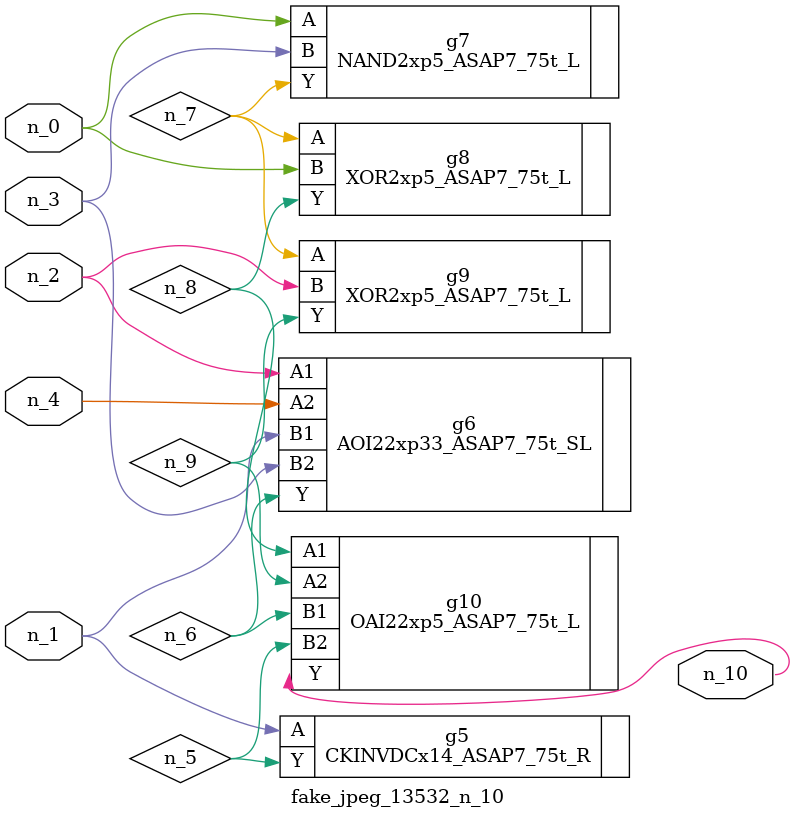
<source format=v>
module fake_jpeg_13532_n_10 (n_3, n_2, n_1, n_0, n_4, n_10);

input n_3;
input n_2;
input n_1;
input n_0;
input n_4;

output n_10;

wire n_8;
wire n_9;
wire n_6;
wire n_5;
wire n_7;

CKINVDCx14_ASAP7_75t_R g5 ( 
.A(n_1),
.Y(n_5)
);

AOI22xp33_ASAP7_75t_SL g6 ( 
.A1(n_2),
.A2(n_4),
.B1(n_1),
.B2(n_3),
.Y(n_6)
);

NAND2xp5_ASAP7_75t_L g7 ( 
.A(n_0),
.B(n_3),
.Y(n_7)
);

XOR2xp5_ASAP7_75t_L g8 ( 
.A(n_7),
.B(n_0),
.Y(n_8)
);

OAI22xp5_ASAP7_75t_L g10 ( 
.A1(n_8),
.A2(n_9),
.B1(n_6),
.B2(n_5),
.Y(n_10)
);

XOR2xp5_ASAP7_75t_L g9 ( 
.A(n_7),
.B(n_2),
.Y(n_9)
);


endmodule
</source>
